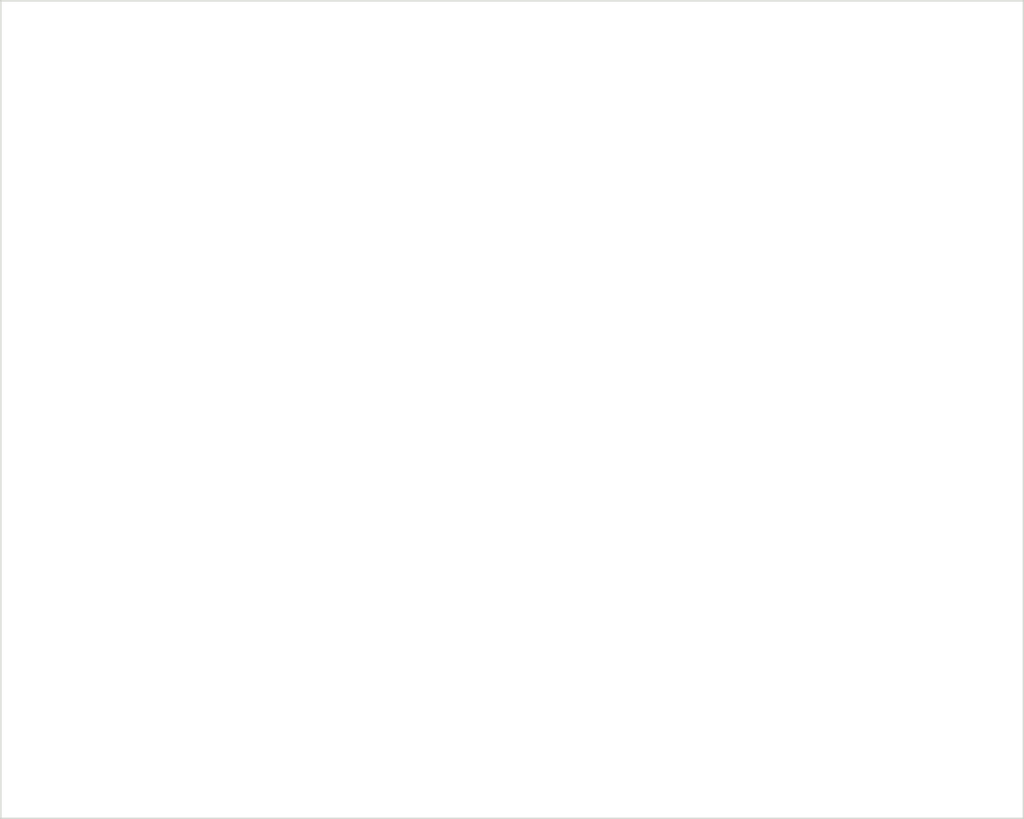
<source format=kicad_pcb>
(kicad_pcb (version 4) (host pcbnew 4.0.1-stable)

  (general
    (links 0)
    (no_connects 0)
    (area 79.924999 59.924999 180.075001 140.075001)
    (thickness 1.6)
    (drawings 4)
    (tracks 0)
    (zones 0)
    (modules 0)
    (nets 1)
  )

  (page A4)
  (layers
    (0 F.Cu signal)
    (31 B.Cu signal)
    (32 B.Adhes user)
    (33 F.Adhes user)
    (34 B.Paste user)
    (35 F.Paste user)
    (36 B.SilkS user)
    (37 F.SilkS user)
    (38 B.Mask user)
    (39 F.Mask user)
    (40 Dwgs.User user)
    (41 Cmts.User user)
    (42 Eco1.User user)
    (43 Eco2.User user)
    (44 Edge.Cuts user)
    (45 Margin user)
    (46 B.CrtYd user)
    (47 F.CrtYd user)
    (48 B.Fab user)
    (49 F.Fab user)
  )

  (setup
    (last_trace_width 0.25)
    (trace_clearance 0.2)
    (zone_clearance 0.508)
    (zone_45_only no)
    (trace_min 0.2)
    (segment_width 0.2)
    (edge_width 0.15)
    (via_size 0.6)
    (via_drill 0.4)
    (via_min_size 0.4)
    (via_min_drill 0.3)
    (uvia_size 0.3)
    (uvia_drill 0.1)
    (uvias_allowed no)
    (uvia_min_size 0.2)
    (uvia_min_drill 0.1)
    (pcb_text_width 0.3)
    (pcb_text_size 1.5 1.5)
    (mod_edge_width 0.15)
    (mod_text_size 1 1)
    (mod_text_width 0.15)
    (pad_size 1.524 1.524)
    (pad_drill 0.762)
    (pad_to_mask_clearance 0.2)
    (aux_axis_origin 0 0)
    (visible_elements FFFFFF7F)
    (pcbplotparams
      (layerselection 0x00030_80000001)
      (usegerberextensions false)
      (excludeedgelayer true)
      (linewidth 0.100000)
      (plotframeref false)
      (viasonmask false)
      (mode 1)
      (useauxorigin false)
      (hpglpennumber 1)
      (hpglpenspeed 20)
      (hpglpendiameter 15)
      (hpglpenoverlay 2)
      (psnegative false)
      (psa4output false)
      (plotreference true)
      (plotvalue true)
      (plotinvisibletext false)
      (padsonsilk false)
      (subtractmaskfromsilk false)
      (outputformat 1)
      (mirror false)
      (drillshape 1)
      (scaleselection 1)
      (outputdirectory ""))
  )

  (net 0 "")

  (net_class Default "This is the default net class."
    (clearance 0.2)
    (trace_width 0.25)
    (via_dia 0.6)
    (via_drill 0.4)
    (uvia_dia 0.3)
    (uvia_drill 0.1)
  )

  (gr_line (start 180 60) (end 80 60) (layer Edge.Cuts) (width 0.15))
  (gr_line (start 180 140) (end 180 60) (layer Edge.Cuts) (width 0.15))
  (gr_line (start 80 140) (end 180 140) (layer Edge.Cuts) (width 0.15))
  (gr_line (start 80 60) (end 80 140) (layer Edge.Cuts) (width 0.15))

)

</source>
